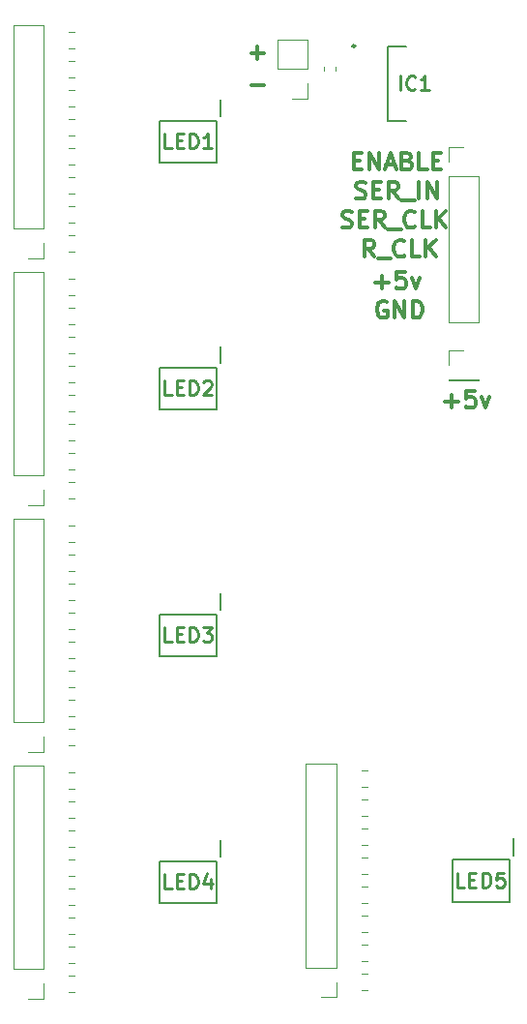
<source format=gbr>
G04 #@! TF.GenerationSoftware,KiCad,Pcbnew,5.0.2-bee76a0~70~ubuntu18.04.1*
G04 #@! TF.CreationDate,2019-01-09T10:49:10-06:00*
G04 #@! TF.ProjectId,giant,6769616e-742e-46b6-9963-61645f706362,rev?*
G04 #@! TF.SameCoordinates,Original*
G04 #@! TF.FileFunction,Legend,Top*
G04 #@! TF.FilePolarity,Positive*
%FSLAX46Y46*%
G04 Gerber Fmt 4.6, Leading zero omitted, Abs format (unit mm)*
G04 Created by KiCad (PCBNEW 5.0.2-bee76a0~70~ubuntu18.04.1) date Wed 09 Jan 2019 10:49:10 AM CST*
%MOMM*%
%LPD*%
G01*
G04 APERTURE LIST*
%ADD10C,0.300000*%
%ADD11C,0.120000*%
%ADD12C,0.200000*%
%ADD13C,0.254000*%
G04 APERTURE END LIST*
D10*
X85534571Y-82657142D02*
X86677428Y-82657142D01*
X85534571Y-79863142D02*
X86677428Y-79863142D01*
X86106000Y-80434571D02*
X86106000Y-79291714D01*
X102536857Y-110343142D02*
X103679714Y-110343142D01*
X103108285Y-110914571D02*
X103108285Y-109771714D01*
X105108285Y-109414571D02*
X104394000Y-109414571D01*
X104322571Y-110128857D01*
X104394000Y-110057428D01*
X104536857Y-109986000D01*
X104894000Y-109986000D01*
X105036857Y-110057428D01*
X105108285Y-110128857D01*
X105179714Y-110271714D01*
X105179714Y-110628857D01*
X105108285Y-110771714D01*
X105036857Y-110843142D01*
X104894000Y-110914571D01*
X104536857Y-110914571D01*
X104394000Y-110843142D01*
X104322571Y-110771714D01*
X105679714Y-109914571D02*
X106036857Y-110914571D01*
X106394000Y-109914571D01*
X97409142Y-101612000D02*
X97266285Y-101540571D01*
X97052000Y-101540571D01*
X96837714Y-101612000D01*
X96694857Y-101754857D01*
X96623428Y-101897714D01*
X96552000Y-102183428D01*
X96552000Y-102397714D01*
X96623428Y-102683428D01*
X96694857Y-102826285D01*
X96837714Y-102969142D01*
X97052000Y-103040571D01*
X97194857Y-103040571D01*
X97409142Y-102969142D01*
X97480571Y-102897714D01*
X97480571Y-102397714D01*
X97194857Y-102397714D01*
X98123428Y-103040571D02*
X98123428Y-101540571D01*
X98980571Y-103040571D01*
X98980571Y-101540571D01*
X99694857Y-103040571D02*
X99694857Y-101540571D01*
X100052000Y-101540571D01*
X100266285Y-101612000D01*
X100409142Y-101754857D01*
X100480571Y-101897714D01*
X100552000Y-102183428D01*
X100552000Y-102397714D01*
X100480571Y-102683428D01*
X100409142Y-102826285D01*
X100266285Y-102969142D01*
X100052000Y-103040571D01*
X99694857Y-103040571D01*
X96440857Y-99929142D02*
X97583714Y-99929142D01*
X97012285Y-100500571D02*
X97012285Y-99357714D01*
X99012285Y-99000571D02*
X98298000Y-99000571D01*
X98226571Y-99714857D01*
X98298000Y-99643428D01*
X98440857Y-99572000D01*
X98798000Y-99572000D01*
X98940857Y-99643428D01*
X99012285Y-99714857D01*
X99083714Y-99857714D01*
X99083714Y-100214857D01*
X99012285Y-100357714D01*
X98940857Y-100429142D01*
X98798000Y-100500571D01*
X98440857Y-100500571D01*
X98298000Y-100429142D01*
X98226571Y-100357714D01*
X99583714Y-99500571D02*
X99940857Y-100500571D01*
X100298000Y-99500571D01*
X96337714Y-97706571D02*
X95837714Y-96992285D01*
X95480571Y-97706571D02*
X95480571Y-96206571D01*
X96052000Y-96206571D01*
X96194857Y-96278000D01*
X96266285Y-96349428D01*
X96337714Y-96492285D01*
X96337714Y-96706571D01*
X96266285Y-96849428D01*
X96194857Y-96920857D01*
X96052000Y-96992285D01*
X95480571Y-96992285D01*
X96623428Y-97849428D02*
X97766285Y-97849428D01*
X98980571Y-97563714D02*
X98909142Y-97635142D01*
X98694857Y-97706571D01*
X98552000Y-97706571D01*
X98337714Y-97635142D01*
X98194857Y-97492285D01*
X98123428Y-97349428D01*
X98052000Y-97063714D01*
X98052000Y-96849428D01*
X98123428Y-96563714D01*
X98194857Y-96420857D01*
X98337714Y-96278000D01*
X98552000Y-96206571D01*
X98694857Y-96206571D01*
X98909142Y-96278000D01*
X98980571Y-96349428D01*
X100337714Y-97706571D02*
X99623428Y-97706571D01*
X99623428Y-96206571D01*
X100837714Y-97706571D02*
X100837714Y-96206571D01*
X101694857Y-97706571D02*
X101052000Y-96849428D01*
X101694857Y-96206571D02*
X100837714Y-97063714D01*
X93508285Y-95095142D02*
X93722571Y-95166571D01*
X94079714Y-95166571D01*
X94222571Y-95095142D01*
X94294000Y-95023714D01*
X94365428Y-94880857D01*
X94365428Y-94738000D01*
X94294000Y-94595142D01*
X94222571Y-94523714D01*
X94079714Y-94452285D01*
X93794000Y-94380857D01*
X93651142Y-94309428D01*
X93579714Y-94238000D01*
X93508285Y-94095142D01*
X93508285Y-93952285D01*
X93579714Y-93809428D01*
X93651142Y-93738000D01*
X93794000Y-93666571D01*
X94151142Y-93666571D01*
X94365428Y-93738000D01*
X95008285Y-94380857D02*
X95508285Y-94380857D01*
X95722571Y-95166571D02*
X95008285Y-95166571D01*
X95008285Y-93666571D01*
X95722571Y-93666571D01*
X97222571Y-95166571D02*
X96722571Y-94452285D01*
X96365428Y-95166571D02*
X96365428Y-93666571D01*
X96936857Y-93666571D01*
X97079714Y-93738000D01*
X97151142Y-93809428D01*
X97222571Y-93952285D01*
X97222571Y-94166571D01*
X97151142Y-94309428D01*
X97079714Y-94380857D01*
X96936857Y-94452285D01*
X96365428Y-94452285D01*
X97508285Y-95309428D02*
X98651142Y-95309428D01*
X99865428Y-95023714D02*
X99794000Y-95095142D01*
X99579714Y-95166571D01*
X99436857Y-95166571D01*
X99222571Y-95095142D01*
X99079714Y-94952285D01*
X99008285Y-94809428D01*
X98936857Y-94523714D01*
X98936857Y-94309428D01*
X99008285Y-94023714D01*
X99079714Y-93880857D01*
X99222571Y-93738000D01*
X99436857Y-93666571D01*
X99579714Y-93666571D01*
X99794000Y-93738000D01*
X99865428Y-93809428D01*
X101222571Y-95166571D02*
X100508285Y-95166571D01*
X100508285Y-93666571D01*
X101722571Y-95166571D02*
X101722571Y-93666571D01*
X102579714Y-95166571D02*
X101936857Y-94309428D01*
X102579714Y-93666571D02*
X101722571Y-94523714D01*
X94726571Y-92555142D02*
X94940857Y-92626571D01*
X95298000Y-92626571D01*
X95440857Y-92555142D01*
X95512285Y-92483714D01*
X95583714Y-92340857D01*
X95583714Y-92198000D01*
X95512285Y-92055142D01*
X95440857Y-91983714D01*
X95298000Y-91912285D01*
X95012285Y-91840857D01*
X94869428Y-91769428D01*
X94798000Y-91698000D01*
X94726571Y-91555142D01*
X94726571Y-91412285D01*
X94798000Y-91269428D01*
X94869428Y-91198000D01*
X95012285Y-91126571D01*
X95369428Y-91126571D01*
X95583714Y-91198000D01*
X96226571Y-91840857D02*
X96726571Y-91840857D01*
X96940857Y-92626571D02*
X96226571Y-92626571D01*
X96226571Y-91126571D01*
X96940857Y-91126571D01*
X98440857Y-92626571D02*
X97940857Y-91912285D01*
X97583714Y-92626571D02*
X97583714Y-91126571D01*
X98155142Y-91126571D01*
X98298000Y-91198000D01*
X98369428Y-91269428D01*
X98440857Y-91412285D01*
X98440857Y-91626571D01*
X98369428Y-91769428D01*
X98298000Y-91840857D01*
X98155142Y-91912285D01*
X97583714Y-91912285D01*
X98726571Y-92769428D02*
X99869428Y-92769428D01*
X100226571Y-92626571D02*
X100226571Y-91126571D01*
X100940857Y-92626571D02*
X100940857Y-91126571D01*
X101798000Y-92626571D01*
X101798000Y-91126571D01*
X94512285Y-89300857D02*
X95012285Y-89300857D01*
X95226571Y-90086571D02*
X94512285Y-90086571D01*
X94512285Y-88586571D01*
X95226571Y-88586571D01*
X95869428Y-90086571D02*
X95869428Y-88586571D01*
X96726571Y-90086571D01*
X96726571Y-88586571D01*
X97369428Y-89658000D02*
X98083714Y-89658000D01*
X97226571Y-90086571D02*
X97726571Y-88586571D01*
X98226571Y-90086571D01*
X99226571Y-89300857D02*
X99440857Y-89372285D01*
X99512285Y-89443714D01*
X99583714Y-89586571D01*
X99583714Y-89800857D01*
X99512285Y-89943714D01*
X99440857Y-90015142D01*
X99298000Y-90086571D01*
X98726571Y-90086571D01*
X98726571Y-88586571D01*
X99226571Y-88586571D01*
X99369428Y-88658000D01*
X99440857Y-88729428D01*
X99512285Y-88872285D01*
X99512285Y-89015142D01*
X99440857Y-89158000D01*
X99369428Y-89229428D01*
X99226571Y-89300857D01*
X98726571Y-89300857D01*
X100940857Y-90086571D02*
X100226571Y-90086571D01*
X100226571Y-88586571D01*
X101440857Y-89300857D02*
X101940857Y-89300857D01*
X102155142Y-90086571D02*
X101440857Y-90086571D01*
X101440857Y-88586571D01*
X102155142Y-88586571D01*
D11*
G04 #@! TO.C,R23*
X69588748Y-137870000D02*
X70111252Y-137870000D01*
X69588748Y-136450000D02*
X70111252Y-136450000D01*
G04 #@! TO.C,R33*
X95215309Y-144080629D02*
X95737813Y-144080629D01*
X95215309Y-142660629D02*
X95737813Y-142660629D01*
G04 #@! TO.C,R31*
X69588748Y-159460000D02*
X70111252Y-159460000D01*
X69588748Y-158040000D02*
X70111252Y-158040000D01*
G04 #@! TO.C,R30*
X69588748Y-156920000D02*
X70111252Y-156920000D01*
X69588748Y-155500000D02*
X70111252Y-155500000D01*
G04 #@! TO.C,R29*
X69588748Y-154380000D02*
X70111252Y-154380000D01*
X69588748Y-152960000D02*
X70111252Y-152960000D01*
G04 #@! TO.C,R28*
X69588748Y-151840000D02*
X70111252Y-151840000D01*
X69588748Y-150420000D02*
X70111252Y-150420000D01*
G04 #@! TO.C,R27*
X69588748Y-149300000D02*
X70111252Y-149300000D01*
X69588748Y-147880000D02*
X70111252Y-147880000D01*
G04 #@! TO.C,R26*
X69588748Y-146760000D02*
X70111252Y-146760000D01*
X69588748Y-145340000D02*
X70111252Y-145340000D01*
G04 #@! TO.C,R13*
X69588748Y-111200000D02*
X70111252Y-111200000D01*
X69588748Y-109780000D02*
X70111252Y-109780000D01*
G04 #@! TO.C,R24*
X69588748Y-140410000D02*
X70111252Y-140410000D01*
X69588748Y-138990000D02*
X70111252Y-138990000D01*
G04 #@! TO.C,R22*
X69588748Y-135330000D02*
X70111252Y-135330000D01*
X69588748Y-133910000D02*
X70111252Y-133910000D01*
G04 #@! TO.C,R21*
X69588748Y-132790000D02*
X70111252Y-132790000D01*
X69588748Y-131370000D02*
X70111252Y-131370000D01*
G04 #@! TO.C,R20*
X69588748Y-130250000D02*
X70111252Y-130250000D01*
X69588748Y-128830000D02*
X70111252Y-128830000D01*
G04 #@! TO.C,R19*
X69588748Y-127710000D02*
X70111252Y-127710000D01*
X69588748Y-126290000D02*
X70111252Y-126290000D01*
G04 #@! TO.C,R18*
X69588748Y-125170000D02*
X70111252Y-125170000D01*
X69588748Y-123750000D02*
X70111252Y-123750000D01*
G04 #@! TO.C,R17*
X69588748Y-122630000D02*
X70111252Y-122630000D01*
X69588748Y-121210000D02*
X70111252Y-121210000D01*
G04 #@! TO.C,R16*
X69588748Y-118820000D02*
X70111252Y-118820000D01*
X69588748Y-117400000D02*
X70111252Y-117400000D01*
G04 #@! TO.C,R15*
X69588748Y-116280000D02*
X70111252Y-116280000D01*
X69588748Y-114860000D02*
X70111252Y-114860000D01*
G04 #@! TO.C,R25*
X69588748Y-144220000D02*
X70111252Y-144220000D01*
X69588748Y-142800000D02*
X70111252Y-142800000D01*
G04 #@! TO.C,R32*
X69588748Y-162000000D02*
X70111252Y-162000000D01*
X69588748Y-160580000D02*
X70111252Y-160580000D01*
G04 #@! TO.C,R11*
X69588748Y-106120000D02*
X70111252Y-106120000D01*
X69588748Y-104700000D02*
X70111252Y-104700000D01*
G04 #@! TO.C,R10*
X69588748Y-103580000D02*
X70111252Y-103580000D01*
X69588748Y-102160000D02*
X70111252Y-102160000D01*
G04 #@! TO.C,R9*
X69588748Y-101040000D02*
X70111252Y-101040000D01*
X69588748Y-99620000D02*
X70111252Y-99620000D01*
G04 #@! TO.C,R8*
X69588748Y-97230000D02*
X70111252Y-97230000D01*
X69588748Y-95810000D02*
X70111252Y-95810000D01*
G04 #@! TO.C,R7*
X69588748Y-94690000D02*
X70111252Y-94690000D01*
X69588748Y-93270000D02*
X70111252Y-93270000D01*
G04 #@! TO.C,R6*
X69588748Y-92150000D02*
X70111252Y-92150000D01*
X69588748Y-90730000D02*
X70111252Y-90730000D01*
G04 #@! TO.C,R5*
X69588748Y-89610000D02*
X70111252Y-89610000D01*
X69588748Y-88190000D02*
X70111252Y-88190000D01*
G04 #@! TO.C,R4*
X69588748Y-87070000D02*
X70111252Y-87070000D01*
X69588748Y-85650000D02*
X70111252Y-85650000D01*
G04 #@! TO.C,R3*
X69588748Y-84530000D02*
X70111252Y-84530000D01*
X69588748Y-83110000D02*
X70111252Y-83110000D01*
G04 #@! TO.C,R14*
X69588748Y-113740000D02*
X70111252Y-113740000D01*
X69588748Y-112320000D02*
X70111252Y-112320000D01*
G04 #@! TO.C,R1*
X69588748Y-79450000D02*
X70111252Y-79450000D01*
X69588748Y-78030000D02*
X70111252Y-78030000D01*
G04 #@! TO.C,R36*
X95203642Y-151700629D02*
X95726146Y-151700629D01*
X95203642Y-150280629D02*
X95726146Y-150280629D01*
G04 #@! TO.C,R37*
X95203642Y-154240629D02*
X95726146Y-154240629D01*
X95203642Y-152820629D02*
X95726146Y-152820629D01*
G04 #@! TO.C,R38*
X95203642Y-156780629D02*
X95726146Y-156780629D01*
X95203642Y-155360629D02*
X95726146Y-155360629D01*
G04 #@! TO.C,R39*
X95203642Y-159320629D02*
X95726146Y-159320629D01*
X95203642Y-157900629D02*
X95726146Y-157900629D01*
G04 #@! TO.C,R40*
X95203642Y-161860629D02*
X95726146Y-161860629D01*
X95203642Y-160440629D02*
X95726146Y-160440629D01*
G04 #@! TO.C,R12*
X69588748Y-108660000D02*
X70111252Y-108660000D01*
X69588748Y-107240000D02*
X70111252Y-107240000D01*
G04 #@! TO.C,R35*
X95215309Y-149160629D02*
X95737813Y-149160629D01*
X95215309Y-147740629D02*
X95737813Y-147740629D01*
G04 #@! TO.C,R34*
X95203642Y-146620629D02*
X95726146Y-146620629D01*
X95203642Y-145200629D02*
X95726146Y-145200629D01*
G04 #@! TO.C,R2*
X69588748Y-81990000D02*
X70111252Y-81990000D01*
X69588748Y-80570000D02*
X70111252Y-80570000D01*
D12*
G04 #@! TO.C,LED1*
X82510000Y-85780000D02*
X82510000Y-89480000D01*
X82510000Y-89480000D02*
X77510000Y-89480000D01*
X77510000Y-89480000D02*
X77510000Y-85780000D01*
X77510000Y-85780000D02*
X82510000Y-85780000D01*
X82860000Y-83955000D02*
X82860000Y-85430000D01*
G04 #@! TO.C,LED2*
X82860000Y-105545000D02*
X82860000Y-107020000D01*
X77510000Y-107370000D02*
X82510000Y-107370000D01*
X77510000Y-111070000D02*
X77510000Y-107370000D01*
X82510000Y-111070000D02*
X77510000Y-111070000D01*
X82510000Y-107370000D02*
X82510000Y-111070000D01*
G04 #@! TO.C,LED3*
X82510000Y-128960000D02*
X82510000Y-132660000D01*
X82510000Y-132660000D02*
X77510000Y-132660000D01*
X77510000Y-132660000D02*
X77510000Y-128960000D01*
X77510000Y-128960000D02*
X82510000Y-128960000D01*
X82860000Y-127135000D02*
X82860000Y-128610000D01*
G04 #@! TO.C,LED4*
X82860000Y-148725000D02*
X82860000Y-150200000D01*
X77510000Y-150550000D02*
X82510000Y-150550000D01*
X77510000Y-154250000D02*
X77510000Y-150550000D01*
X82510000Y-154250000D02*
X77510000Y-154250000D01*
X82510000Y-150550000D02*
X82510000Y-154250000D01*
G04 #@! TO.C,LED5*
X108136561Y-150410629D02*
X108136561Y-154110629D01*
X108136561Y-154110629D02*
X103136561Y-154110629D01*
X103136561Y-154110629D02*
X103136561Y-150410629D01*
X103136561Y-150410629D02*
X108136561Y-150410629D01*
X108486561Y-148585629D02*
X108486561Y-150060629D01*
G04 #@! TO.C,IC1*
X99072000Y-85800000D02*
X97472000Y-85800000D01*
X97472000Y-85800000D02*
X97472000Y-79300000D01*
X97472000Y-79300000D02*
X99072000Y-79300000D01*
D13*
X94647000Y-79250000D02*
G75*
G03X94647000Y-79250000I-125000J0D01*
G01*
D11*
G04 #@! TO.C,C1*
X91946000Y-81451267D02*
X91946000Y-81108733D01*
X92966000Y-81451267D02*
X92966000Y-81108733D01*
G04 #@! TO.C,J2*
X102810000Y-105858000D02*
X104140000Y-105858000D01*
X102810000Y-107188000D02*
X102810000Y-105858000D01*
X102810000Y-108458000D02*
X105470000Y-108458000D01*
X105470000Y-108458000D02*
X105470000Y-108518000D01*
X102810000Y-108458000D02*
X102810000Y-108518000D01*
X102810000Y-108518000D02*
X105470000Y-108518000D01*
G04 #@! TO.C,J1*
X90484000Y-83880000D02*
X89154000Y-83880000D01*
X90484000Y-82550000D02*
X90484000Y-83880000D01*
X90484000Y-81280000D02*
X87824000Y-81280000D01*
X87824000Y-81280000D02*
X87824000Y-78680000D01*
X90484000Y-81280000D02*
X90484000Y-78680000D01*
X90484000Y-78680000D02*
X87824000Y-78680000D01*
G04 #@! TO.C,J3*
X102810000Y-103438000D02*
X105470000Y-103438000D01*
X102810000Y-90678000D02*
X102810000Y-103438000D01*
X105470000Y-90678000D02*
X105470000Y-103438000D01*
X102810000Y-90678000D02*
X105470000Y-90678000D01*
X102810000Y-89408000D02*
X102810000Y-88078000D01*
X102810000Y-88078000D02*
X104140000Y-88078000D01*
G04 #@! TO.C,segment5*
X92996561Y-142040629D02*
X90336561Y-142040629D01*
X92996561Y-159880629D02*
X92996561Y-142040629D01*
X90336561Y-159880629D02*
X90336561Y-142040629D01*
X92996561Y-159880629D02*
X90336561Y-159880629D01*
X92996561Y-161150629D02*
X92996561Y-162480629D01*
X92996561Y-162480629D02*
X91666561Y-162480629D01*
G04 #@! TO.C,segment1*
X67370000Y-97850000D02*
X66040000Y-97850000D01*
X67370000Y-96520000D02*
X67370000Y-97850000D01*
X67370000Y-95250000D02*
X64710000Y-95250000D01*
X64710000Y-95250000D02*
X64710000Y-77410000D01*
X67370000Y-95250000D02*
X67370000Y-77410000D01*
X67370000Y-77410000D02*
X64710000Y-77410000D01*
G04 #@! TO.C,segment3*
X67370000Y-120590000D02*
X64710000Y-120590000D01*
X67370000Y-138430000D02*
X67370000Y-120590000D01*
X64710000Y-138430000D02*
X64710000Y-120590000D01*
X67370000Y-138430000D02*
X64710000Y-138430000D01*
X67370000Y-139700000D02*
X67370000Y-141030000D01*
X67370000Y-141030000D02*
X66040000Y-141030000D01*
G04 #@! TO.C,segment4*
X67370000Y-162620000D02*
X66040000Y-162620000D01*
X67370000Y-161290000D02*
X67370000Y-162620000D01*
X67370000Y-160020000D02*
X64710000Y-160020000D01*
X64710000Y-160020000D02*
X64710000Y-142180000D01*
X67370000Y-160020000D02*
X67370000Y-142180000D01*
X67370000Y-142180000D02*
X64710000Y-142180000D01*
G04 #@! TO.C,segment2*
X67370000Y-99000000D02*
X64710000Y-99000000D01*
X67370000Y-116840000D02*
X67370000Y-99000000D01*
X64710000Y-116840000D02*
X64710000Y-99000000D01*
X67370000Y-116840000D02*
X64710000Y-116840000D01*
X67370000Y-118110000D02*
X67370000Y-119440000D01*
X67370000Y-119440000D02*
X66040000Y-119440000D01*
G04 #@! TO.C,LED1*
D13*
X78588809Y-88204523D02*
X77984047Y-88204523D01*
X77984047Y-86934523D01*
X79012142Y-87539285D02*
X79435476Y-87539285D01*
X79616904Y-88204523D02*
X79012142Y-88204523D01*
X79012142Y-86934523D01*
X79616904Y-86934523D01*
X80161190Y-88204523D02*
X80161190Y-86934523D01*
X80463571Y-86934523D01*
X80645000Y-86995000D01*
X80765952Y-87115952D01*
X80826428Y-87236904D01*
X80886904Y-87478809D01*
X80886904Y-87660238D01*
X80826428Y-87902142D01*
X80765952Y-88023095D01*
X80645000Y-88144047D01*
X80463571Y-88204523D01*
X80161190Y-88204523D01*
X82096428Y-88204523D02*
X81370714Y-88204523D01*
X81733571Y-88204523D02*
X81733571Y-86934523D01*
X81612619Y-87115952D01*
X81491666Y-87236904D01*
X81370714Y-87297380D01*
G04 #@! TO.C,LED2*
X78588809Y-109794523D02*
X77984047Y-109794523D01*
X77984047Y-108524523D01*
X79012142Y-109129285D02*
X79435476Y-109129285D01*
X79616904Y-109794523D02*
X79012142Y-109794523D01*
X79012142Y-108524523D01*
X79616904Y-108524523D01*
X80161190Y-109794523D02*
X80161190Y-108524523D01*
X80463571Y-108524523D01*
X80645000Y-108585000D01*
X80765952Y-108705952D01*
X80826428Y-108826904D01*
X80886904Y-109068809D01*
X80886904Y-109250238D01*
X80826428Y-109492142D01*
X80765952Y-109613095D01*
X80645000Y-109734047D01*
X80463571Y-109794523D01*
X80161190Y-109794523D01*
X81370714Y-108645476D02*
X81431190Y-108585000D01*
X81552142Y-108524523D01*
X81854523Y-108524523D01*
X81975476Y-108585000D01*
X82035952Y-108645476D01*
X82096428Y-108766428D01*
X82096428Y-108887380D01*
X82035952Y-109068809D01*
X81310238Y-109794523D01*
X82096428Y-109794523D01*
G04 #@! TO.C,LED3*
X78588809Y-131384523D02*
X77984047Y-131384523D01*
X77984047Y-130114523D01*
X79012142Y-130719285D02*
X79435476Y-130719285D01*
X79616904Y-131384523D02*
X79012142Y-131384523D01*
X79012142Y-130114523D01*
X79616904Y-130114523D01*
X80161190Y-131384523D02*
X80161190Y-130114523D01*
X80463571Y-130114523D01*
X80645000Y-130175000D01*
X80765952Y-130295952D01*
X80826428Y-130416904D01*
X80886904Y-130658809D01*
X80886904Y-130840238D01*
X80826428Y-131082142D01*
X80765952Y-131203095D01*
X80645000Y-131324047D01*
X80463571Y-131384523D01*
X80161190Y-131384523D01*
X81310238Y-130114523D02*
X82096428Y-130114523D01*
X81673095Y-130598333D01*
X81854523Y-130598333D01*
X81975476Y-130658809D01*
X82035952Y-130719285D01*
X82096428Y-130840238D01*
X82096428Y-131142619D01*
X82035952Y-131263571D01*
X81975476Y-131324047D01*
X81854523Y-131384523D01*
X81491666Y-131384523D01*
X81370714Y-131324047D01*
X81310238Y-131263571D01*
G04 #@! TO.C,LED4*
X78588809Y-152974523D02*
X77984047Y-152974523D01*
X77984047Y-151704523D01*
X79012142Y-152309285D02*
X79435476Y-152309285D01*
X79616904Y-152974523D02*
X79012142Y-152974523D01*
X79012142Y-151704523D01*
X79616904Y-151704523D01*
X80161190Y-152974523D02*
X80161190Y-151704523D01*
X80463571Y-151704523D01*
X80645000Y-151765000D01*
X80765952Y-151885952D01*
X80826428Y-152006904D01*
X80886904Y-152248809D01*
X80886904Y-152430238D01*
X80826428Y-152672142D01*
X80765952Y-152793095D01*
X80645000Y-152914047D01*
X80463571Y-152974523D01*
X80161190Y-152974523D01*
X81975476Y-152127857D02*
X81975476Y-152974523D01*
X81673095Y-151644047D02*
X81370714Y-152551190D01*
X82156904Y-152551190D01*
G04 #@! TO.C,LED5*
X104215370Y-152835152D02*
X103610608Y-152835152D01*
X103610608Y-151565152D01*
X104638703Y-152169914D02*
X105062037Y-152169914D01*
X105243465Y-152835152D02*
X104638703Y-152835152D01*
X104638703Y-151565152D01*
X105243465Y-151565152D01*
X105787751Y-152835152D02*
X105787751Y-151565152D01*
X106090132Y-151565152D01*
X106271561Y-151625629D01*
X106392513Y-151746581D01*
X106452989Y-151867533D01*
X106513465Y-152109438D01*
X106513465Y-152290867D01*
X106452989Y-152532771D01*
X106392513Y-152653724D01*
X106271561Y-152774676D01*
X106090132Y-152835152D01*
X105787751Y-152835152D01*
X107662513Y-151565152D02*
X107057751Y-151565152D01*
X106997275Y-152169914D01*
X107057751Y-152109438D01*
X107178703Y-152048962D01*
X107481084Y-152048962D01*
X107602037Y-152109438D01*
X107662513Y-152169914D01*
X107722989Y-152290867D01*
X107722989Y-152593248D01*
X107662513Y-152714200D01*
X107602037Y-152774676D01*
X107481084Y-152835152D01*
X107178703Y-152835152D01*
X107057751Y-152774676D01*
X106997275Y-152714200D01*
G04 #@! TO.C,IC1*
X98582238Y-83124523D02*
X98582238Y-81854523D01*
X99912714Y-83003571D02*
X99852238Y-83064047D01*
X99670809Y-83124523D01*
X99549857Y-83124523D01*
X99368428Y-83064047D01*
X99247476Y-82943095D01*
X99187000Y-82822142D01*
X99126523Y-82580238D01*
X99126523Y-82398809D01*
X99187000Y-82156904D01*
X99247476Y-82035952D01*
X99368428Y-81915000D01*
X99549857Y-81854523D01*
X99670809Y-81854523D01*
X99852238Y-81915000D01*
X99912714Y-81975476D01*
X101122238Y-83124523D02*
X100396523Y-83124523D01*
X100759380Y-83124523D02*
X100759380Y-81854523D01*
X100638428Y-82035952D01*
X100517476Y-82156904D01*
X100396523Y-82217380D01*
G04 #@! TD*
M02*

</source>
